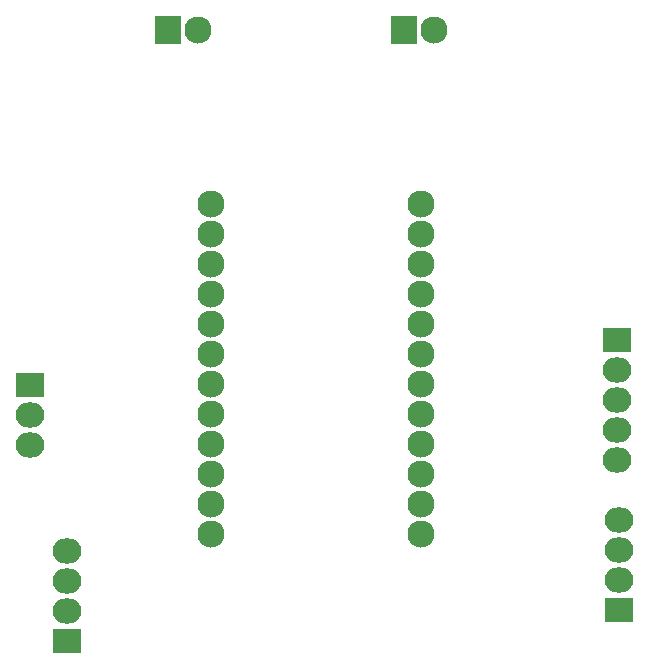
<source format=gbs>
G04 #@! TF.FileFunction,Soldermask,Bot*
%FSLAX46Y46*%
G04 Gerber Fmt 4.6, Leading zero omitted, Abs format (unit mm)*
G04 Created by KiCad (PCBNEW 4.0.4+e1-6308~48~ubuntu16.04.1-stable) date Tue Nov 29 21:46:03 2016*
%MOMM*%
%LPD*%
G01*
G04 APERTURE LIST*
%ADD10C,0.100000*%
%ADD11R,2.432000X2.127200*%
%ADD12O,2.432000X2.127200*%
%ADD13C,2.300000*%
%ADD14R,2.300000X2.400000*%
G04 APERTURE END LIST*
D10*
D11*
X78925000Y-121800000D03*
D12*
X78925000Y-119260000D03*
X78925000Y-116720000D03*
X78925000Y-114180000D03*
D13*
X91110000Y-84760000D03*
X91110000Y-87300000D03*
X91110000Y-89840000D03*
X91110000Y-92380000D03*
X91110000Y-94920000D03*
X91110000Y-97460000D03*
X91110000Y-100000000D03*
X91110000Y-102540000D03*
X91110000Y-105080000D03*
X91110000Y-107620000D03*
X91110000Y-110160000D03*
X91110000Y-112700000D03*
X108890000Y-84760000D03*
X108890000Y-87300000D03*
X108890000Y-89840000D03*
X108890000Y-92380000D03*
X108890000Y-94920000D03*
X108890000Y-97460000D03*
X108890000Y-100000000D03*
X108890000Y-102540000D03*
X108890000Y-105080000D03*
X108890000Y-107620000D03*
X108890000Y-110160000D03*
X108890000Y-112700000D03*
D14*
X87460000Y-70000000D03*
D13*
X90000000Y-70000000D03*
D14*
X107460000Y-70000000D03*
D13*
X110000000Y-70000000D03*
D11*
X125625000Y-119105000D03*
D12*
X125625000Y-116565000D03*
X125625000Y-114025000D03*
X125625000Y-111485000D03*
D11*
X75755000Y-100125000D03*
D12*
X75755000Y-102665000D03*
X75755000Y-105205000D03*
D11*
X125500000Y-96315000D03*
D12*
X125500000Y-98855000D03*
X125500000Y-101395000D03*
X125500000Y-103935000D03*
X125500000Y-106475000D03*
M02*

</source>
